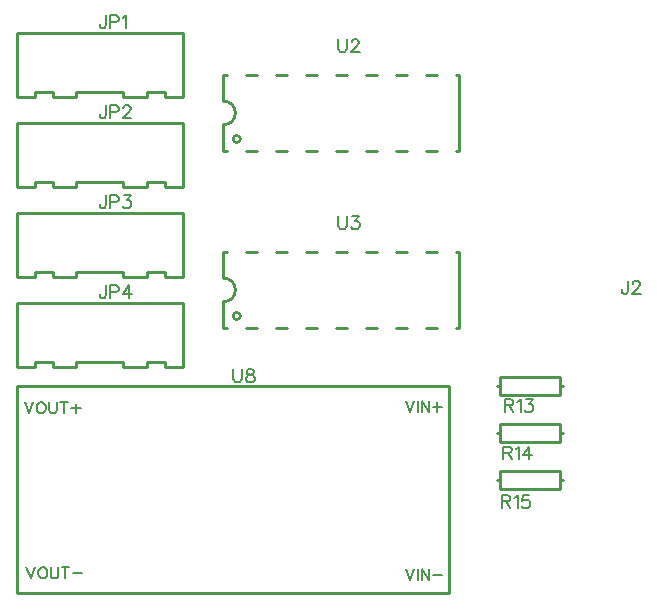
<source format=gto>
G04 Layer: TopSilkscreenLayer*
G04 EasyEDA v6.4.31, 2022-02-22 11:53:35*
G04 0e17b504a1c74eaf9c4f321eb8a460b9,d16b5419f4934f6baf9a23abf8230603,10*
G04 Gerber Generator version 0.2*
G04 Scale: 100 percent, Rotated: No, Reflected: No *
G04 Dimensions in millimeters *
G04 leading zeros omitted , absolute positions ,4 integer and 5 decimal *
%FSLAX45Y45*%
%MOMM*%

%ADD10C,0.2540*%
%ADD11C,0.2032*%
%ADD21C,0.1524*%

%LPD*%
D21*
X6617970Y5627115D02*
G01*
X6617970Y5544057D01*
X6612636Y5528310D01*
X6607556Y5523229D01*
X6597141Y5518150D01*
X6586727Y5518150D01*
X6576313Y5523229D01*
X6570979Y5528310D01*
X6565900Y5544057D01*
X6565900Y5554471D01*
X6657340Y5601207D02*
G01*
X6657340Y5606287D01*
X6662420Y5616702D01*
X6667754Y5622036D01*
X6678168Y5627115D01*
X6698995Y5627115D01*
X6709409Y5622036D01*
X6714490Y5616702D01*
X6719570Y5606287D01*
X6719570Y5595873D01*
X6714490Y5585460D01*
X6704075Y5569965D01*
X6652259Y5518150D01*
X6724904Y5518150D01*
X2198370Y7875015D02*
G01*
X2198370Y7791958D01*
X2193036Y7776210D01*
X2187956Y7771129D01*
X2177541Y7766050D01*
X2167127Y7766050D01*
X2156713Y7771129D01*
X2151379Y7776210D01*
X2146300Y7791958D01*
X2146300Y7802371D01*
X2232659Y7875015D02*
G01*
X2232659Y7766050D01*
X2232659Y7875015D02*
G01*
X2279395Y7875015D01*
X2294890Y7869936D01*
X2299970Y7864602D01*
X2305304Y7854187D01*
X2305304Y7838694D01*
X2299970Y7828279D01*
X2294890Y7823200D01*
X2279395Y7817865D01*
X2232659Y7817865D01*
X2339593Y7854187D02*
G01*
X2350008Y7859521D01*
X2365502Y7875015D01*
X2365502Y7766050D01*
X2198370Y7113015D02*
G01*
X2198370Y7029958D01*
X2193036Y7014210D01*
X2187956Y7009129D01*
X2177541Y7004050D01*
X2167127Y7004050D01*
X2156713Y7009129D01*
X2151379Y7014210D01*
X2146300Y7029958D01*
X2146300Y7040371D01*
X2232659Y7113015D02*
G01*
X2232659Y7004050D01*
X2232659Y7113015D02*
G01*
X2279395Y7113015D01*
X2294890Y7107936D01*
X2299970Y7102602D01*
X2305304Y7092187D01*
X2305304Y7076694D01*
X2299970Y7066279D01*
X2294890Y7061200D01*
X2279395Y7055865D01*
X2232659Y7055865D01*
X2344674Y7087108D02*
G01*
X2344674Y7092187D01*
X2350008Y7102602D01*
X2355088Y7107936D01*
X2365502Y7113015D01*
X2386329Y7113015D01*
X2396743Y7107936D01*
X2401824Y7102602D01*
X2407158Y7092187D01*
X2407158Y7081773D01*
X2401824Y7071360D01*
X2391409Y7055865D01*
X2339593Y7004050D01*
X2412238Y7004050D01*
X2198370Y6351015D02*
G01*
X2198370Y6267957D01*
X2193036Y6252210D01*
X2187956Y6247129D01*
X2177541Y6242050D01*
X2167127Y6242050D01*
X2156713Y6247129D01*
X2151379Y6252210D01*
X2146300Y6267957D01*
X2146300Y6278371D01*
X2232659Y6351015D02*
G01*
X2232659Y6242050D01*
X2232659Y6351015D02*
G01*
X2279395Y6351015D01*
X2294890Y6345936D01*
X2299970Y6340602D01*
X2305304Y6330187D01*
X2305304Y6314694D01*
X2299970Y6304279D01*
X2294890Y6299200D01*
X2279395Y6293865D01*
X2232659Y6293865D01*
X2350008Y6351015D02*
G01*
X2407158Y6351015D01*
X2375915Y6309360D01*
X2391409Y6309360D01*
X2401824Y6304279D01*
X2407158Y6299200D01*
X2412238Y6283452D01*
X2412238Y6273037D01*
X2407158Y6257544D01*
X2396743Y6247129D01*
X2381250Y6242050D01*
X2365502Y6242050D01*
X2350008Y6247129D01*
X2344674Y6252210D01*
X2339593Y6262623D01*
X2198370Y5589015D02*
G01*
X2198370Y5505957D01*
X2193036Y5490210D01*
X2187956Y5485129D01*
X2177541Y5480050D01*
X2167127Y5480050D01*
X2156713Y5485129D01*
X2151379Y5490210D01*
X2146300Y5505957D01*
X2146300Y5516371D01*
X2232659Y5589015D02*
G01*
X2232659Y5480050D01*
X2232659Y5589015D02*
G01*
X2279395Y5589015D01*
X2294890Y5583936D01*
X2299970Y5578602D01*
X2305304Y5568187D01*
X2305304Y5552694D01*
X2299970Y5542279D01*
X2294890Y5537200D01*
X2279395Y5531865D01*
X2232659Y5531865D01*
X2391409Y5589015D02*
G01*
X2339593Y5516371D01*
X2417572Y5516371D01*
X2391409Y5589015D02*
G01*
X2391409Y5480050D01*
X5575300Y4623815D02*
G01*
X5575300Y4514850D01*
X5575300Y4623815D02*
G01*
X5622036Y4623815D01*
X5637529Y4618736D01*
X5642863Y4613402D01*
X5647943Y4602987D01*
X5647943Y4592573D01*
X5642863Y4582160D01*
X5637529Y4577079D01*
X5622036Y4572000D01*
X5575300Y4572000D01*
X5611622Y4572000D02*
G01*
X5647943Y4514850D01*
X5682234Y4602987D02*
G01*
X5692647Y4608321D01*
X5708395Y4623815D01*
X5708395Y4514850D01*
X5753100Y4623815D02*
G01*
X5810250Y4623815D01*
X5779008Y4582160D01*
X5794502Y4582160D01*
X5804915Y4577079D01*
X5810250Y4572000D01*
X5815329Y4556252D01*
X5815329Y4545837D01*
X5810250Y4530344D01*
X5799836Y4519929D01*
X5784088Y4514850D01*
X5768593Y4514850D01*
X5753100Y4519929D01*
X5747765Y4525010D01*
X5742686Y4535423D01*
X5562600Y4223765D02*
G01*
X5562600Y4114800D01*
X5562600Y4223765D02*
G01*
X5609336Y4223765D01*
X5624829Y4218686D01*
X5630163Y4213352D01*
X5635243Y4202937D01*
X5635243Y4192523D01*
X5630163Y4182110D01*
X5624829Y4177029D01*
X5609336Y4171950D01*
X5562600Y4171950D01*
X5598922Y4171950D02*
G01*
X5635243Y4114800D01*
X5669534Y4202937D02*
G01*
X5679947Y4208271D01*
X5695695Y4223765D01*
X5695695Y4114800D01*
X5781802Y4223765D02*
G01*
X5729986Y4151121D01*
X5807709Y4151121D01*
X5781802Y4223765D02*
G01*
X5781802Y4114800D01*
X5549900Y3811015D02*
G01*
X5549900Y3702050D01*
X5549900Y3811015D02*
G01*
X5596636Y3811015D01*
X5612129Y3805936D01*
X5617463Y3800602D01*
X5622543Y3790187D01*
X5622543Y3779773D01*
X5617463Y3769360D01*
X5612129Y3764279D01*
X5596636Y3759200D01*
X5549900Y3759200D01*
X5586222Y3759200D02*
G01*
X5622543Y3702050D01*
X5656834Y3790187D02*
G01*
X5667247Y3795521D01*
X5682995Y3811015D01*
X5682995Y3702050D01*
X5779515Y3811015D02*
G01*
X5727700Y3811015D01*
X5722365Y3764279D01*
X5727700Y3769360D01*
X5743193Y3774694D01*
X5758688Y3774694D01*
X5774436Y3769360D01*
X5784850Y3759200D01*
X5789929Y3743452D01*
X5789929Y3733037D01*
X5784850Y3717544D01*
X5774436Y3707129D01*
X5758688Y3702050D01*
X5743193Y3702050D01*
X5727700Y3707129D01*
X5722365Y3712210D01*
X5717286Y3722623D01*
X4165600Y7671815D02*
G01*
X4165600Y7593837D01*
X4170679Y7578344D01*
X4181093Y7567929D01*
X4196841Y7562850D01*
X4207256Y7562850D01*
X4222750Y7567929D01*
X4233163Y7578344D01*
X4238243Y7593837D01*
X4238243Y7671815D01*
X4277868Y7645908D02*
G01*
X4277868Y7650987D01*
X4282947Y7661402D01*
X4288281Y7666736D01*
X4298695Y7671815D01*
X4319270Y7671815D01*
X4329684Y7666736D01*
X4335018Y7661402D01*
X4340097Y7650987D01*
X4340097Y7640573D01*
X4335018Y7630160D01*
X4324604Y7614665D01*
X4272534Y7562850D01*
X4345431Y7562850D01*
X4165600Y6173215D02*
G01*
X4165600Y6095237D01*
X4170679Y6079744D01*
X4181093Y6069329D01*
X4196841Y6064250D01*
X4207256Y6064250D01*
X4222750Y6069329D01*
X4233163Y6079744D01*
X4238243Y6095237D01*
X4238243Y6173215D01*
X4282947Y6173215D02*
G01*
X4340097Y6173215D01*
X4309109Y6131560D01*
X4324604Y6131560D01*
X4335018Y6126479D01*
X4340097Y6121400D01*
X4345431Y6105652D01*
X4345431Y6095237D01*
X4340097Y6079744D01*
X4329684Y6069329D01*
X4314190Y6064250D01*
X4298695Y6064250D01*
X4282947Y6069329D01*
X4277868Y6074410D01*
X4272534Y6084823D01*
X3276600Y4877815D02*
G01*
X3276600Y4799837D01*
X3281679Y4784344D01*
X3292093Y4773929D01*
X3307841Y4768850D01*
X3318256Y4768850D01*
X3333750Y4773929D01*
X3344163Y4784344D01*
X3349243Y4799837D01*
X3349243Y4877815D01*
X3409695Y4877815D02*
G01*
X3393947Y4872736D01*
X3388868Y4862321D01*
X3388868Y4851907D01*
X3393947Y4841494D01*
X3404361Y4836160D01*
X3425190Y4831079D01*
X3440684Y4826000D01*
X3451097Y4815586D01*
X3456431Y4805171D01*
X3456431Y4789423D01*
X3451097Y4779010D01*
X3446018Y4773929D01*
X3430270Y4768850D01*
X3409695Y4768850D01*
X3393947Y4773929D01*
X3388868Y4779010D01*
X3383534Y4789423D01*
X3383534Y4805171D01*
X3388868Y4815586D01*
X3399281Y4826000D01*
X3414775Y4831079D01*
X3435604Y4836160D01*
X3446018Y4841494D01*
X3451097Y4851907D01*
X3451097Y4862321D01*
X3446018Y4872736D01*
X3430270Y4877815D01*
X3409695Y4877815D01*
D11*
X1511300Y4601210D02*
G01*
X1547621Y4505705D01*
X1583944Y4601210D02*
G01*
X1547621Y4505705D01*
X1641347Y4601210D02*
G01*
X1632204Y4596637D01*
X1623060Y4587494D01*
X1618487Y4578350D01*
X1613915Y4564887D01*
X1613915Y4542028D01*
X1618487Y4528312D01*
X1623060Y4519421D01*
X1632204Y4510278D01*
X1641347Y4505705D01*
X1659381Y4505705D01*
X1668526Y4510278D01*
X1677670Y4519421D01*
X1682242Y4528312D01*
X1686813Y4542028D01*
X1686813Y4564887D01*
X1682242Y4578350D01*
X1677670Y4587494D01*
X1668526Y4596637D01*
X1659381Y4601210D01*
X1641347Y4601210D01*
X1716786Y4601210D02*
G01*
X1716786Y4532884D01*
X1721357Y4519421D01*
X1730502Y4510278D01*
X1743963Y4505705D01*
X1753107Y4505705D01*
X1766823Y4510278D01*
X1775968Y4519421D01*
X1780286Y4532884D01*
X1780286Y4601210D01*
X1842262Y4601210D02*
G01*
X1842262Y4505705D01*
X1810512Y4601210D02*
G01*
X1874012Y4601210D01*
X1944877Y4587494D02*
G01*
X1944877Y4505705D01*
X1903984Y4546600D02*
G01*
X1985772Y4546600D01*
X1524000Y3204210D02*
G01*
X1560321Y3108705D01*
X1596644Y3204210D02*
G01*
X1560321Y3108705D01*
X1654047Y3204210D02*
G01*
X1644904Y3199637D01*
X1635760Y3190494D01*
X1631187Y3181350D01*
X1626615Y3167887D01*
X1626615Y3145028D01*
X1631187Y3131312D01*
X1635760Y3122421D01*
X1644904Y3113278D01*
X1654047Y3108705D01*
X1672081Y3108705D01*
X1681226Y3113278D01*
X1690370Y3122421D01*
X1694942Y3131312D01*
X1699513Y3145028D01*
X1699513Y3167887D01*
X1694942Y3181350D01*
X1690370Y3190494D01*
X1681226Y3199637D01*
X1672081Y3204210D01*
X1654047Y3204210D01*
X1729486Y3204210D02*
G01*
X1729486Y3135884D01*
X1734057Y3122421D01*
X1743202Y3113278D01*
X1756663Y3108705D01*
X1765807Y3108705D01*
X1779523Y3113278D01*
X1788668Y3122421D01*
X1792986Y3135884D01*
X1792986Y3204210D01*
X1854962Y3204210D02*
G01*
X1854962Y3108705D01*
X1823212Y3204210D02*
G01*
X1886712Y3204210D01*
X1916684Y3149600D02*
G01*
X1998472Y3149600D01*
X4737100Y4613910D02*
G01*
X4773422Y4518405D01*
X4809743Y4613910D02*
G01*
X4773422Y4518405D01*
X4839715Y4613910D02*
G01*
X4839715Y4518405D01*
X4869941Y4613910D02*
G01*
X4869941Y4518405D01*
X4869941Y4613910D02*
G01*
X4933441Y4518405D01*
X4933441Y4613910D02*
G01*
X4933441Y4518405D01*
X5004308Y4600194D02*
G01*
X5004308Y4518405D01*
X4963413Y4559300D02*
G01*
X5045202Y4559300D01*
X4737100Y3191510D02*
G01*
X4773422Y3096005D01*
X4809743Y3191510D02*
G01*
X4773422Y3096005D01*
X4839715Y3191510D02*
G01*
X4839715Y3096005D01*
X4869941Y3191510D02*
G01*
X4869941Y3096005D01*
X4869941Y3191510D02*
G01*
X4933441Y3096005D01*
X4933441Y3191510D02*
G01*
X4933441Y3096005D01*
X4963413Y3136900D02*
G01*
X5045202Y3136900D01*
D10*
X1596301Y7229899D02*
G01*
X1746300Y7229899D01*
X2696298Y7229899D02*
G01*
X2546299Y7229899D01*
X1596301Y7229899D02*
G01*
X1596301Y7179899D01*
X1546301Y7179899D01*
X1446301Y7179899D01*
X1446301Y7179899D02*
G01*
X1446301Y7729898D01*
X2846298Y7729898D01*
X2846298Y7179899D01*
X2696298Y7179899D01*
X2696298Y7229899D01*
X1746300Y7229899D02*
G01*
X1746300Y7179899D01*
X1771302Y7179899D01*
X1846300Y7179899D01*
X1946300Y7179899D01*
X1946300Y7229899D01*
X2346299Y7229899D01*
X2346299Y7179899D01*
X2546299Y7179899D01*
X2546299Y7229899D01*
X1596301Y6467899D02*
G01*
X1746300Y6467899D01*
X2696298Y6467899D02*
G01*
X2546299Y6467899D01*
X1596301Y6467899D02*
G01*
X1596301Y6417899D01*
X1546301Y6417899D01*
X1446301Y6417899D01*
X1446301Y6417899D02*
G01*
X1446301Y6967898D01*
X2846298Y6967898D01*
X2846298Y6417899D01*
X2696298Y6417899D01*
X2696298Y6467899D01*
X1746300Y6467899D02*
G01*
X1746300Y6417899D01*
X1771302Y6417899D01*
X1846300Y6417899D01*
X1946300Y6417899D01*
X1946300Y6467899D01*
X2346299Y6467899D01*
X2346299Y6417899D01*
X2546299Y6417899D01*
X2546299Y6467899D01*
X1596301Y5705899D02*
G01*
X1746300Y5705899D01*
X2696298Y5705899D02*
G01*
X2546299Y5705899D01*
X1596301Y5705899D02*
G01*
X1596301Y5655899D01*
X1546301Y5655899D01*
X1446301Y5655899D01*
X1446301Y5655899D02*
G01*
X1446301Y6205898D01*
X2846298Y6205898D01*
X2846298Y5655899D01*
X2696298Y5655899D01*
X2696298Y5705899D01*
X1746300Y5705899D02*
G01*
X1746300Y5655899D01*
X1771302Y5655899D01*
X1846300Y5655899D01*
X1946300Y5655899D01*
X1946300Y5705899D01*
X2346299Y5705899D01*
X2346299Y5655899D01*
X2546299Y5655899D01*
X2546299Y5705899D01*
X1596301Y4943899D02*
G01*
X1746300Y4943899D01*
X2696298Y4943899D02*
G01*
X2546299Y4943899D01*
X1596301Y4943899D02*
G01*
X1596301Y4893899D01*
X1546301Y4893899D01*
X1446301Y4893899D01*
X1446301Y4893899D02*
G01*
X1446301Y5443898D01*
X2846298Y5443898D01*
X2846298Y4893899D01*
X2696298Y4893899D01*
X2696298Y4943899D01*
X1746300Y4943899D02*
G01*
X1746300Y4893899D01*
X1771302Y4893899D01*
X1846300Y4893899D01*
X1946300Y4893899D01*
X1946300Y4943899D01*
X2346299Y4943899D01*
X2346299Y4893899D01*
X2546299Y4893899D01*
X2546299Y4943899D01*
X6045200Y4737100D02*
G01*
X6070600Y4737100D01*
X5537200Y4737100D02*
G01*
X5511800Y4737100D01*
X6045200Y4737100D02*
G01*
X6045200Y4660900D01*
X6045200Y4813300D02*
G01*
X6045200Y4737100D01*
X5537200Y4813300D02*
G01*
X6045200Y4813300D01*
X5537200Y4737100D02*
G01*
X5537200Y4813300D01*
X5537200Y4660900D02*
G01*
X5537200Y4737100D01*
X6045200Y4660900D02*
G01*
X5537200Y4660900D01*
X6045200Y4337050D02*
G01*
X6070600Y4337050D01*
X5537200Y4337050D02*
G01*
X5511800Y4337050D01*
X6045200Y4337050D02*
G01*
X6045200Y4260850D01*
X6045200Y4413250D02*
G01*
X6045200Y4337050D01*
X5537200Y4413250D02*
G01*
X6045200Y4413250D01*
X5537200Y4337050D02*
G01*
X5537200Y4413250D01*
X5537200Y4260850D02*
G01*
X5537200Y4337050D01*
X6045200Y4260850D02*
G01*
X5537200Y4260850D01*
X6045200Y3937000D02*
G01*
X6070600Y3937000D01*
X5537200Y3937000D02*
G01*
X5511800Y3937000D01*
X6045200Y3937000D02*
G01*
X6045200Y3860800D01*
X6045200Y4013200D02*
G01*
X6045200Y3937000D01*
X5537200Y4013200D02*
G01*
X6045200Y4013200D01*
X5537200Y3937000D02*
G01*
X5537200Y4013200D01*
X5537200Y3860800D02*
G01*
X5537200Y3937000D01*
X6045200Y3860800D02*
G01*
X5537200Y3860800D01*
X5191000Y6728513D02*
G01*
X5191000Y7368486D01*
X3190999Y7148319D02*
G01*
X3190999Y7368313D01*
X4909065Y6728513D02*
G01*
X4996934Y6728513D01*
X4655065Y6728513D02*
G01*
X4742934Y6728513D01*
X4401065Y6728513D02*
G01*
X4488934Y6728513D01*
X4147065Y6728513D02*
G01*
X4234934Y6728513D01*
X3893065Y6728513D02*
G01*
X3980934Y6728513D01*
X3639065Y6728513D02*
G01*
X3726934Y6728513D01*
X3385065Y6728513D02*
G01*
X3472934Y6728513D01*
X3190999Y6728513D02*
G01*
X3218934Y6728513D01*
X5162933Y7368313D02*
G01*
X5191000Y7368313D01*
X4908933Y7368313D02*
G01*
X4997066Y7368313D01*
X4654933Y7368313D02*
G01*
X4743066Y7368313D01*
X4400933Y7368313D02*
G01*
X4489066Y7368313D01*
X4146933Y7368313D02*
G01*
X4235066Y7368313D01*
X3892933Y7368313D02*
G01*
X3981066Y7368313D01*
X3638933Y7368313D02*
G01*
X3727066Y7368313D01*
X3384933Y7368313D02*
G01*
X3473066Y7368313D01*
X3190999Y7368313D02*
G01*
X3219066Y7368313D01*
X3190999Y6728513D02*
G01*
X3190999Y6948500D01*
X5163065Y6728513D02*
G01*
X5191000Y6728513D01*
X5191000Y5229913D02*
G01*
X5191000Y5869886D01*
X3190999Y5649719D02*
G01*
X3190999Y5869713D01*
X4909065Y5229913D02*
G01*
X4996934Y5229913D01*
X4655065Y5229913D02*
G01*
X4742934Y5229913D01*
X4401065Y5229913D02*
G01*
X4488934Y5229913D01*
X4147065Y5229913D02*
G01*
X4234934Y5229913D01*
X3893065Y5229913D02*
G01*
X3980934Y5229913D01*
X3639065Y5229913D02*
G01*
X3726934Y5229913D01*
X3385065Y5229913D02*
G01*
X3472934Y5229913D01*
X3190999Y5229913D02*
G01*
X3218934Y5229913D01*
X5162933Y5869713D02*
G01*
X5191000Y5869713D01*
X4908933Y5869713D02*
G01*
X4997066Y5869713D01*
X4654933Y5869713D02*
G01*
X4743066Y5869713D01*
X4400933Y5869713D02*
G01*
X4489066Y5869713D01*
X4146933Y5869713D02*
G01*
X4235066Y5869713D01*
X3892933Y5869713D02*
G01*
X3981066Y5869713D01*
X3638933Y5869713D02*
G01*
X3727066Y5869713D01*
X3384933Y5869713D02*
G01*
X3473066Y5869713D01*
X3190999Y5869713D02*
G01*
X3219066Y5869713D01*
X3190999Y5229913D02*
G01*
X3190999Y5449900D01*
X5163065Y5229913D02*
G01*
X5191000Y5229913D01*
X1447800Y4737100D02*
G01*
X5105400Y4737100D01*
X5105400Y2984500D01*
X1447800Y2984500D01*
X1447800Y4737100D01*
G75*
G01*
X3191002Y7148500D02*
G02*
X3196006Y6948500I2502J-100000D01*
G75*
G01*
X3191002Y5649900D02*
G02*
X3196006Y5449900I2502J-100000D01*
G75*
G01
X3336011Y6828511D02*
G03X3336011Y6828511I-29997J0D01*
G75*
G01
X3336011Y5329911D02*
G03X3336011Y5329911I-29997J0D01*
M02*

</source>
